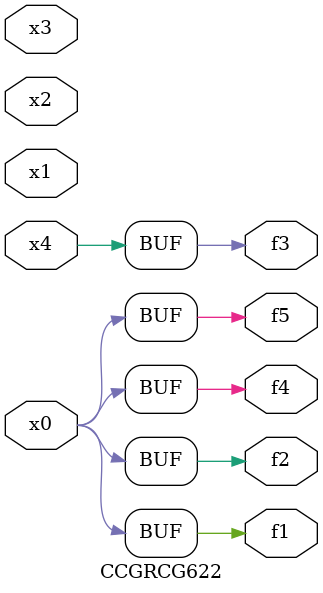
<source format=v>
module CCGRCG622(
	input x0, x1, x2, x3, x4,
	output f1, f2, f3, f4, f5
);
	assign f1 = x0;
	assign f2 = x0;
	assign f3 = x4;
	assign f4 = x0;
	assign f5 = x0;
endmodule

</source>
